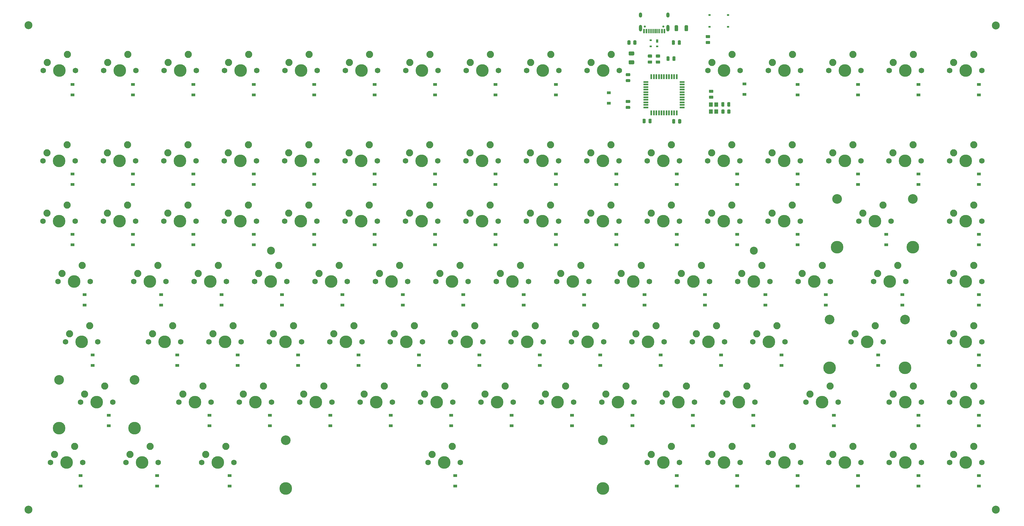
<source format=gbs>
G04 #@! TF.GenerationSoftware,KiCad,Pcbnew,(5.1.9)-1*
G04 #@! TF.CreationDate,2021-04-20T15:34:40+09:00*
G04 #@! TF.ProjectId,JupiterAdvanced,4a757069-7465-4724-9164-76616e636564,1*
G04 #@! TF.SameCoordinates,Original*
G04 #@! TF.FileFunction,Soldermask,Bot*
G04 #@! TF.FilePolarity,Negative*
%FSLAX46Y46*%
G04 Gerber Fmt 4.6, Leading zero omitted, Abs format (unit mm)*
G04 Created by KiCad (PCBNEW (5.1.9)-1) date 2021-04-20 15:34:40*
%MOMM*%
%LPD*%
G01*
G04 APERTURE LIST*
%ADD10R,0.700000X0.600000*%
%ADD11R,1.500000X0.550000*%
%ADD12R,0.550000X1.500000*%
%ADD13C,2.500000*%
%ADD14C,2.250000*%
%ADD15C,3.987800*%
%ADD16C,1.750000*%
%ADD17R,1.200000X1.400000*%
%ADD18R,0.600000X1.450000*%
%ADD19R,0.300000X1.450000*%
%ADD20C,0.650000*%
%ADD21O,1.000000X2.100000*%
%ADD22O,1.000000X1.600000*%
%ADD23R,0.700000X1.000000*%
%ADD24C,3.048000*%
%ADD25R,1.200000X0.900000*%
G04 APERTURE END LIST*
G36*
G01*
X270137500Y-86774999D02*
X270137500Y-88175001D01*
G75*
G02*
X269887501Y-88425000I-249999J0D01*
G01*
X269337499Y-88425000D01*
G75*
G02*
X269087500Y-88175001I0J249999D01*
G01*
X269087500Y-86774999D01*
G75*
G02*
X269337499Y-86525000I249999J0D01*
G01*
X269887501Y-86525000D01*
G75*
G02*
X270137500Y-86774999I0J-249999D01*
G01*
G37*
G36*
G01*
X273287500Y-86774999D02*
X273287500Y-88175001D01*
G75*
G02*
X273037501Y-88425000I-249999J0D01*
G01*
X272487499Y-88425000D01*
G75*
G02*
X272237500Y-88175001I0J249999D01*
G01*
X272237500Y-86774999D01*
G75*
G02*
X272487499Y-86525000I249999J0D01*
G01*
X273037501Y-86525000D01*
G75*
G02*
X273287500Y-86774999I0J-249999D01*
G01*
G37*
D10*
X285901720Y-83323820D03*
X280101720Y-83323820D03*
X285901720Y-87023820D03*
X280101720Y-87023820D03*
D11*
X260025000Y-104475000D03*
X260025000Y-105275000D03*
X260025000Y-106075000D03*
X260025000Y-106875000D03*
X260025000Y-107675000D03*
X260025000Y-108475000D03*
X260025000Y-109275000D03*
X260025000Y-110075000D03*
X260025000Y-110875000D03*
X260025000Y-111675000D03*
X260025000Y-112475000D03*
D12*
X261725000Y-114175000D03*
X262525000Y-114175000D03*
X263325000Y-114175000D03*
X264125000Y-114175000D03*
X264925000Y-114175000D03*
X265725000Y-114175000D03*
X266525000Y-114175000D03*
X267325000Y-114175000D03*
X268125000Y-114175000D03*
X268925000Y-114175000D03*
X269725000Y-114175000D03*
D11*
X271425000Y-112475000D03*
X271425000Y-111675000D03*
X271425000Y-110875000D03*
X271425000Y-110075000D03*
X271425000Y-109275000D03*
X271425000Y-108475000D03*
X271425000Y-107675000D03*
X271425000Y-106875000D03*
X271425000Y-106075000D03*
X271425000Y-105275000D03*
X271425000Y-104475000D03*
D12*
X269725000Y-102775000D03*
X268925000Y-102775000D03*
X268125000Y-102775000D03*
X267325000Y-102775000D03*
X266525000Y-102775000D03*
X265725000Y-102775000D03*
X264925000Y-102775000D03*
X264125000Y-102775000D03*
X263325000Y-102775000D03*
X262525000Y-102775000D03*
X261725000Y-102775000D03*
D13*
X294020000Y-157761000D03*
X141778000Y-157761000D03*
X65325000Y-239475000D03*
X370325000Y-239475000D03*
X370325000Y-86618000D03*
X65325000Y-86518000D03*
G36*
G01*
X261753670Y-98633580D02*
X260841170Y-98633580D01*
G75*
G02*
X260597420Y-98389830I0J243750D01*
G01*
X260597420Y-97902330D01*
G75*
G02*
X260841170Y-97658580I243750J0D01*
G01*
X261753670Y-97658580D01*
G75*
G02*
X261997420Y-97902330I0J-243750D01*
G01*
X261997420Y-98389830D01*
G75*
G02*
X261753670Y-98633580I-243750J0D01*
G01*
G37*
G36*
G01*
X261753670Y-96758580D02*
X260841170Y-96758580D01*
G75*
G02*
X260597420Y-96514830I0J243750D01*
G01*
X260597420Y-96027330D01*
G75*
G02*
X260841170Y-95783580I243750J0D01*
G01*
X261753670Y-95783580D01*
G75*
G02*
X261997420Y-96027330I0J-243750D01*
G01*
X261997420Y-96514830D01*
G75*
G02*
X261753670Y-96758580I-243750J0D01*
G01*
G37*
G36*
G01*
X264273350Y-98633580D02*
X263360850Y-98633580D01*
G75*
G02*
X263117100Y-98389830I0J243750D01*
G01*
X263117100Y-97902330D01*
G75*
G02*
X263360850Y-97658580I243750J0D01*
G01*
X264273350Y-97658580D01*
G75*
G02*
X264517100Y-97902330I0J-243750D01*
G01*
X264517100Y-98389830D01*
G75*
G02*
X264273350Y-98633580I-243750J0D01*
G01*
G37*
G36*
G01*
X264273350Y-96758580D02*
X263360850Y-96758580D01*
G75*
G02*
X263117100Y-96514830I0J243750D01*
G01*
X263117100Y-96027330D01*
G75*
G02*
X263360850Y-95783580I243750J0D01*
G01*
X264273350Y-95783580D01*
G75*
G02*
X264517100Y-96027330I0J-243750D01*
G01*
X264517100Y-96514830D01*
G75*
G02*
X264273350Y-96758580I-243750J0D01*
G01*
G37*
D14*
X339429320Y-162369620D03*
D15*
X336889320Y-167449620D03*
D14*
X333079320Y-164909620D03*
D16*
X331809320Y-167449620D03*
X341969320Y-167449620D03*
D14*
X363356120Y-95718820D03*
D15*
X360816120Y-100798820D03*
D14*
X357006120Y-98258820D03*
D16*
X355736120Y-100798820D03*
X365896120Y-100798820D03*
D17*
X282199100Y-113759520D03*
X282199100Y-111559520D03*
X280499100Y-111559520D03*
X280499100Y-113759520D03*
D18*
X265825240Y-88390980D03*
X259375240Y-88390980D03*
X265050240Y-88390980D03*
X260150240Y-88390980D03*
D19*
X260850240Y-88390980D03*
X264350240Y-88390980D03*
X261350240Y-88390980D03*
X263850240Y-88390980D03*
X261850240Y-88390980D03*
X263350240Y-88390980D03*
X262850240Y-88390980D03*
X262350240Y-88390980D03*
D20*
X265490240Y-86945980D03*
X259710240Y-86945980D03*
D21*
X258280240Y-87475980D03*
X266920240Y-87475980D03*
D22*
X258280240Y-83295980D03*
X266920240Y-83295980D03*
D10*
X261531860Y-93205340D03*
X263531860Y-93205340D03*
X261531860Y-91305340D03*
D23*
X263531860Y-91505340D03*
D14*
X77542620Y-143306920D03*
D15*
X75002620Y-148386920D03*
D14*
X71192620Y-145846920D03*
D16*
X69922620Y-148386920D03*
X80082620Y-148386920D03*
D14*
X82305120Y-162369620D03*
D15*
X79765120Y-167449620D03*
D14*
X75955120Y-164909620D03*
D16*
X74685120Y-167449620D03*
X84845120Y-167449620D03*
D14*
X199005647Y-219529227D03*
D15*
X196465647Y-224609227D03*
D14*
X192655647Y-222069227D03*
D16*
X191385647Y-224609227D03*
X201545647Y-224609227D03*
D24*
X146465747Y-217624227D03*
X246465547Y-217624227D03*
D15*
X146465747Y-232864227D03*
X246465547Y-232864227D03*
D14*
X318106020Y-200469620D03*
D15*
X315566020Y-205549620D03*
D14*
X311756020Y-203009620D03*
D16*
X310486020Y-205549620D03*
X320646020Y-205549620D03*
D14*
X306231520Y-219519620D03*
D15*
X303691520Y-224599620D03*
D14*
X299881520Y-222059620D03*
D16*
X298611520Y-224599620D03*
X308771520Y-224599620D03*
D14*
X315629520Y-162369620D03*
D15*
X313089520Y-167449620D03*
D14*
X309279520Y-164909620D03*
D16*
X308009520Y-167449620D03*
X318169520Y-167449620D03*
D14*
X268060380Y-219519620D03*
D15*
X265520380Y-224599620D03*
D14*
X261710380Y-222059620D03*
D16*
X260440380Y-224599620D03*
X270600380Y-224599620D03*
G36*
G01*
X279103770Y-91493520D02*
X280016270Y-91493520D01*
G75*
G02*
X280260020Y-91737270I0J-243750D01*
G01*
X280260020Y-92224770D01*
G75*
G02*
X280016270Y-92468520I-243750J0D01*
G01*
X279103770Y-92468520D01*
G75*
G02*
X278860020Y-92224770I0J243750D01*
G01*
X278860020Y-91737270D01*
G75*
G02*
X279103770Y-91493520I243750J0D01*
G01*
G37*
G36*
G01*
X279103770Y-89618520D02*
X280016270Y-89618520D01*
G75*
G02*
X280260020Y-89862270I0J-243750D01*
G01*
X280260020Y-90349770D01*
G75*
G02*
X280016270Y-90593520I-243750J0D01*
G01*
X279103770Y-90593520D01*
G75*
G02*
X278860020Y-90349770I0J243750D01*
G01*
X278860020Y-89862270D01*
G75*
G02*
X279103770Y-89618520I243750J0D01*
G01*
G37*
G36*
G01*
X260837500Y-117231250D02*
X260837500Y-116318750D01*
G75*
G02*
X261081250Y-116075000I243750J0D01*
G01*
X261568750Y-116075000D01*
G75*
G02*
X261812500Y-116318750I0J-243750D01*
G01*
X261812500Y-117231250D01*
G75*
G02*
X261568750Y-117475000I-243750J0D01*
G01*
X261081250Y-117475000D01*
G75*
G02*
X260837500Y-117231250I0J243750D01*
G01*
G37*
G36*
G01*
X258962500Y-117231250D02*
X258962500Y-116318750D01*
G75*
G02*
X259206250Y-116075000I243750J0D01*
G01*
X259693750Y-116075000D01*
G75*
G02*
X259937500Y-116318750I0J-243750D01*
G01*
X259937500Y-117231250D01*
G75*
G02*
X259693750Y-117475000I-243750J0D01*
G01*
X259206250Y-117475000D01*
G75*
G02*
X258962500Y-117231250I0J243750D01*
G01*
G37*
G36*
G01*
X255160120Y-91550170D02*
X255160120Y-92462670D01*
G75*
G02*
X254916370Y-92706420I-243750J0D01*
G01*
X254428870Y-92706420D01*
G75*
G02*
X254185120Y-92462670I0J243750D01*
G01*
X254185120Y-91550170D01*
G75*
G02*
X254428870Y-91306420I243750J0D01*
G01*
X254916370Y-91306420D01*
G75*
G02*
X255160120Y-91550170I0J-243750D01*
G01*
G37*
G36*
G01*
X257035120Y-91550170D02*
X257035120Y-92462670D01*
G75*
G02*
X256791370Y-92706420I-243750J0D01*
G01*
X256303870Y-92706420D01*
G75*
G02*
X256060120Y-92462670I0J243750D01*
G01*
X256060120Y-91550170D01*
G75*
G02*
X256303870Y-91306420I243750J0D01*
G01*
X256791370Y-91306420D01*
G75*
G02*
X257035120Y-91550170I0J-243750D01*
G01*
G37*
G36*
G01*
X270063620Y-92462670D02*
X270063620Y-91550170D01*
G75*
G02*
X270307370Y-91306420I243750J0D01*
G01*
X270794870Y-91306420D01*
G75*
G02*
X271038620Y-91550170I0J-243750D01*
G01*
X271038620Y-92462670D01*
G75*
G02*
X270794870Y-92706420I-243750J0D01*
G01*
X270307370Y-92706420D01*
G75*
G02*
X270063620Y-92462670I0J243750D01*
G01*
G37*
G36*
G01*
X268188620Y-92462670D02*
X268188620Y-91550170D01*
G75*
G02*
X268432370Y-91306420I243750J0D01*
G01*
X268919870Y-91306420D01*
G75*
G02*
X269163620Y-91550170I0J-243750D01*
G01*
X269163620Y-92462670D01*
G75*
G02*
X268919870Y-92706420I-243750J0D01*
G01*
X268432370Y-92706420D01*
G75*
G02*
X268188620Y-92462670I0J243750D01*
G01*
G37*
D14*
X301354720Y-181419620D03*
D15*
X298814720Y-186499620D03*
D14*
X295004720Y-183959620D03*
D16*
X293734720Y-186499620D03*
X303894720Y-186499620D03*
D14*
X291880520Y-200469620D03*
D15*
X289340520Y-205549620D03*
D14*
X285530520Y-203009620D03*
D16*
X284260520Y-205549620D03*
X294420520Y-205549620D03*
D14*
X325281520Y-124269620D03*
D15*
X322741520Y-129349620D03*
D14*
X318931520Y-126809620D03*
D16*
X317661520Y-129349620D03*
X327821520Y-129349620D03*
D14*
X306180720Y-143319620D03*
D15*
X303640720Y-148399620D03*
D14*
X299830720Y-145859620D03*
D16*
X298560720Y-148399620D03*
X308720720Y-148399620D03*
D14*
X363381520Y-162369620D03*
D15*
X360841520Y-167449620D03*
D14*
X357031520Y-164909620D03*
D16*
X355761520Y-167449620D03*
X365921520Y-167449620D03*
D14*
X363381520Y-181419620D03*
D15*
X360841520Y-186499620D03*
D14*
X357031520Y-183959620D03*
D16*
X355761520Y-186499620D03*
X365921520Y-186499620D03*
D14*
X344280720Y-124269620D03*
D15*
X341740720Y-129349620D03*
D14*
X337930720Y-126809620D03*
D16*
X336660720Y-129349620D03*
X346820720Y-129349620D03*
D14*
X120430520Y-200469620D03*
D15*
X117890520Y-205549620D03*
D14*
X114080520Y-203009620D03*
D16*
X112810520Y-205549620D03*
X122970520Y-205549620D03*
D14*
X201380320Y-162369620D03*
D15*
X198840320Y-167449620D03*
D14*
X195030320Y-164909620D03*
D16*
X193760320Y-167449620D03*
X203920320Y-167449620D03*
D14*
X139480520Y-200469620D03*
D15*
X136940520Y-205549620D03*
D14*
X133130520Y-203009620D03*
D16*
X131860520Y-205549620D03*
X142020520Y-205549620D03*
D14*
X125180320Y-162369620D03*
D15*
X122640320Y-167449620D03*
D14*
X118830320Y-164909620D03*
D16*
X117560320Y-167449620D03*
X127720320Y-167449620D03*
D14*
X177580520Y-200469620D03*
D15*
X175040520Y-205549620D03*
D14*
X171230520Y-203009620D03*
D16*
X169960520Y-205549620D03*
X180120520Y-205549620D03*
D14*
X220430320Y-162369620D03*
D15*
X217890320Y-167449620D03*
D14*
X214080320Y-164909620D03*
D16*
X212810320Y-167449620D03*
X222970320Y-167449620D03*
D14*
X182330320Y-162369620D03*
D15*
X179790320Y-167449620D03*
D14*
X175980320Y-164909620D03*
D16*
X174710320Y-167449620D03*
X184870320Y-167449620D03*
D14*
X344306120Y-95718820D03*
D15*
X341766120Y-100798820D03*
D14*
X337956120Y-98258820D03*
D16*
X336686120Y-100798820D03*
X346846120Y-100798820D03*
D14*
X325256120Y-95718820D03*
D15*
X322716120Y-100798820D03*
D14*
X318906120Y-98258820D03*
D16*
X317636120Y-100798820D03*
X327796120Y-100798820D03*
D14*
X306206120Y-95718820D03*
D15*
X303666120Y-100798820D03*
D14*
X299856120Y-98258820D03*
D16*
X298586120Y-100798820D03*
X308746120Y-100798820D03*
D14*
X287215320Y-95718820D03*
D15*
X284675320Y-100798820D03*
D14*
X280865320Y-98258820D03*
D16*
X279595320Y-100798820D03*
X289755320Y-100798820D03*
D14*
X249056120Y-95718820D03*
D15*
X246516120Y-100798820D03*
D14*
X242706120Y-98258820D03*
D16*
X241436120Y-100798820D03*
X251596120Y-100798820D03*
D14*
X230006120Y-95718820D03*
D15*
X227466120Y-100798820D03*
D14*
X223656120Y-98258820D03*
D16*
X222386120Y-100798820D03*
X232546120Y-100798820D03*
D14*
X210956120Y-95718820D03*
D15*
X208416120Y-100798820D03*
D14*
X204606120Y-98258820D03*
D16*
X203336120Y-100798820D03*
X213496120Y-100798820D03*
D14*
X191906120Y-95718820D03*
D15*
X189366120Y-100798820D03*
D14*
X185556120Y-98258820D03*
D16*
X184286120Y-100798820D03*
X194446120Y-100798820D03*
D14*
X172856120Y-95718820D03*
D15*
X170316120Y-100798820D03*
D14*
X166506120Y-98258820D03*
D16*
X165236120Y-100798820D03*
X175396120Y-100798820D03*
D14*
X153806120Y-95718820D03*
D15*
X151266120Y-100798820D03*
D14*
X147456120Y-98258820D03*
D16*
X146186120Y-100798820D03*
X156346120Y-100798820D03*
D14*
X134756120Y-95718820D03*
D15*
X132216120Y-100798820D03*
D14*
X128406120Y-98258820D03*
D16*
X127136120Y-100798820D03*
X137296120Y-100798820D03*
D14*
X115706120Y-95718820D03*
D15*
X113166120Y-100798820D03*
D14*
X109356120Y-98258820D03*
D16*
X108086120Y-100798820D03*
X118246120Y-100798820D03*
D14*
X96656120Y-95718820D03*
D15*
X94116120Y-100798820D03*
D14*
X90306120Y-98258820D03*
D16*
X89036120Y-100798820D03*
X99196120Y-100798820D03*
D14*
X77606120Y-95718820D03*
D15*
X75066120Y-100798820D03*
D14*
X71256120Y-98258820D03*
D16*
X69986120Y-100798820D03*
X80146120Y-100798820D03*
D14*
X129853920Y-181419620D03*
D15*
X127313920Y-186499620D03*
D14*
X123503920Y-183959620D03*
D16*
X122233920Y-186499620D03*
X132393920Y-186499620D03*
D14*
X163280320Y-162369620D03*
D15*
X160740320Y-167449620D03*
D14*
X156930320Y-164909620D03*
D16*
X155660320Y-167449620D03*
X165820320Y-167449620D03*
D14*
X106130320Y-162369620D03*
D15*
X103590320Y-167449620D03*
D14*
X99780320Y-164909620D03*
D16*
X98510320Y-167449620D03*
X108670320Y-167449620D03*
D14*
X277529520Y-162369620D03*
D15*
X274989520Y-167449620D03*
D14*
X271179520Y-164909620D03*
D16*
X269909520Y-167449620D03*
X280069520Y-167449620D03*
D14*
X258530320Y-162369620D03*
D15*
X255990320Y-167449620D03*
D14*
X252180320Y-164909620D03*
D16*
X250910320Y-167449620D03*
X261070320Y-167449620D03*
D14*
X215680520Y-200469620D03*
D15*
X213140520Y-205549620D03*
D14*
X209330520Y-203009620D03*
D16*
X208060520Y-205549620D03*
X218220520Y-205549620D03*
D14*
X234730520Y-200469620D03*
D15*
X232190520Y-205549620D03*
D14*
X228380520Y-203009620D03*
D16*
X227110520Y-205549620D03*
X237270520Y-205549620D03*
D14*
X263254720Y-181419620D03*
D15*
X260714720Y-186499620D03*
D14*
X256904720Y-183959620D03*
D16*
X255634720Y-186499620D03*
X265794720Y-186499620D03*
D14*
X244204720Y-181419620D03*
D15*
X241664720Y-186499620D03*
D14*
X237854720Y-183959620D03*
D16*
X236584720Y-186499620D03*
X246744720Y-186499620D03*
D14*
X225154720Y-181419620D03*
D15*
X222614720Y-186499620D03*
D14*
X218804720Y-183959620D03*
D16*
X217534720Y-186499620D03*
X227694720Y-186499620D03*
D14*
X239480320Y-162369620D03*
D15*
X236940320Y-167449620D03*
D14*
X233130320Y-164909620D03*
D16*
X231860320Y-167449620D03*
X242020320Y-167449620D03*
D14*
X206104720Y-181419620D03*
D15*
X203564720Y-186499620D03*
D14*
X199754720Y-183959620D03*
D16*
X198484720Y-186499620D03*
X208644720Y-186499620D03*
D14*
X187054720Y-181419620D03*
D15*
X184514720Y-186499620D03*
D14*
X180704720Y-183959620D03*
D16*
X179434720Y-186499620D03*
X189594720Y-186499620D03*
D14*
X287130720Y-124269620D03*
D15*
X284590720Y-129349620D03*
D14*
X280780720Y-126809620D03*
D16*
X279510720Y-129349620D03*
X289670720Y-129349620D03*
D14*
X168004720Y-181419620D03*
D15*
X165464720Y-186499620D03*
D14*
X161654720Y-183959620D03*
D16*
X160384720Y-186499620D03*
X170544720Y-186499620D03*
D14*
X144230320Y-162369620D03*
D15*
X141690320Y-167449620D03*
D14*
X137880320Y-164909620D03*
D16*
X136610320Y-167449620D03*
X146770320Y-167449620D03*
D14*
X148954720Y-181419620D03*
D15*
X146414720Y-186499620D03*
D14*
X142604720Y-183959620D03*
D16*
X141334720Y-186499620D03*
X151494720Y-186499620D03*
D14*
X158530520Y-200469620D03*
D15*
X155990520Y-205549620D03*
D14*
X152180520Y-203009620D03*
D16*
X150910520Y-205549620D03*
X161070520Y-205549620D03*
D14*
X196630520Y-200469620D03*
D15*
X194090520Y-205549620D03*
D14*
X190280520Y-203009620D03*
D16*
X189010520Y-205549620D03*
X199170520Y-205549620D03*
D14*
X110854720Y-181419620D03*
D15*
X108314720Y-186499620D03*
D14*
X104504720Y-183959620D03*
D16*
X103234720Y-186499620D03*
X113394720Y-186499620D03*
D14*
X249030720Y-143319620D03*
D15*
X246490720Y-148399620D03*
D14*
X242680720Y-145859620D03*
D16*
X241410720Y-148399620D03*
X251570720Y-148399620D03*
D14*
X229980720Y-143319620D03*
D15*
X227440720Y-148399620D03*
D14*
X223630720Y-145859620D03*
D16*
X222360720Y-148399620D03*
X232520720Y-148399620D03*
D14*
X210930720Y-143319620D03*
D15*
X208390720Y-148399620D03*
D14*
X204580720Y-145859620D03*
D16*
X203310720Y-148399620D03*
X213470720Y-148399620D03*
D14*
X191880720Y-143319620D03*
D15*
X189340720Y-148399620D03*
D14*
X185530720Y-145859620D03*
D16*
X184260720Y-148399620D03*
X194420720Y-148399620D03*
D14*
X172830720Y-143319620D03*
D15*
X170290720Y-148399620D03*
D14*
X166480720Y-145859620D03*
D16*
X165210720Y-148399620D03*
X175370720Y-148399620D03*
D14*
X153780720Y-143319620D03*
D15*
X151240720Y-148399620D03*
D14*
X147430720Y-145859620D03*
D16*
X146160720Y-148399620D03*
X156320720Y-148399620D03*
D14*
X134730720Y-143319620D03*
D15*
X132190720Y-148399620D03*
D14*
X128380720Y-145859620D03*
D16*
X127110720Y-148399620D03*
X137270720Y-148399620D03*
D14*
X115680720Y-143319620D03*
D15*
X113140720Y-148399620D03*
D14*
X109330720Y-145859620D03*
D16*
X108060720Y-148399620D03*
X118220720Y-148399620D03*
D14*
X96579920Y-143319620D03*
D15*
X94039920Y-148399620D03*
D14*
X90229920Y-145859620D03*
D16*
X88959920Y-148399620D03*
X99119920Y-148399620D03*
D14*
X268080720Y-143319620D03*
D15*
X265540720Y-148399620D03*
D14*
X261730720Y-145859620D03*
D16*
X260460720Y-148399620D03*
X270620720Y-148399620D03*
D14*
X253780520Y-200469620D03*
D15*
X251240520Y-205549620D03*
D14*
X247430520Y-203009620D03*
D16*
X246160520Y-205549620D03*
X256320520Y-205549620D03*
D14*
X89442520Y-200469620D03*
D15*
X86902520Y-205549620D03*
D14*
X83092520Y-203009620D03*
D16*
X81822520Y-205549620D03*
X91982520Y-205549620D03*
D24*
X74996270Y-198564620D03*
X98808770Y-198564620D03*
D15*
X74996270Y-213804620D03*
X98808770Y-213804620D03*
D14*
X103749524Y-219519620D03*
D15*
X101209524Y-224599620D03*
D14*
X97399524Y-222059620D03*
D16*
X96129524Y-224599620D03*
X106289524Y-224599620D03*
D14*
X79917520Y-219519620D03*
D15*
X77377520Y-224599620D03*
D14*
X73567520Y-222059620D03*
D16*
X72297520Y-224599620D03*
X82457520Y-224599620D03*
D14*
X296579520Y-162369620D03*
D15*
X294039520Y-167449620D03*
D14*
X290229520Y-164909620D03*
D16*
X288959520Y-167449620D03*
X299119520Y-167449620D03*
D14*
X127557128Y-219529227D03*
D15*
X125017128Y-224609227D03*
D14*
X121207128Y-222069227D03*
D16*
X119937128Y-224609227D03*
X130097128Y-224609227D03*
D14*
X287130720Y-143319620D03*
D15*
X284590720Y-148399620D03*
D14*
X280780720Y-145859620D03*
D16*
X279510720Y-148399620D03*
X289670720Y-148399620D03*
D14*
X363381520Y-143319620D03*
D15*
X360841520Y-148399620D03*
D14*
X357031520Y-145859620D03*
D16*
X355761520Y-148399620D03*
X365921520Y-148399620D03*
X275370520Y-205549620D03*
X265210520Y-205549620D03*
D14*
X266480520Y-203009620D03*
D15*
X270290520Y-205549620D03*
D14*
X272830520Y-200469620D03*
X287181520Y-219519620D03*
D15*
X284641520Y-224599620D03*
D14*
X280831520Y-222059620D03*
D16*
X279561520Y-224599620D03*
X289721520Y-224599620D03*
D14*
X306180720Y-124269620D03*
D15*
X303640720Y-129349620D03*
D14*
X299830720Y-126809620D03*
D16*
X298560720Y-129349620D03*
X308720720Y-129349620D03*
G36*
G01*
X256080420Y-96070120D02*
X254830420Y-96070120D01*
G75*
G02*
X254580420Y-95820120I0J250000D01*
G01*
X254580420Y-95070120D01*
G75*
G02*
X254830420Y-94820120I250000J0D01*
G01*
X256080420Y-94820120D01*
G75*
G02*
X256330420Y-95070120I0J-250000D01*
G01*
X256330420Y-95820120D01*
G75*
G02*
X256080420Y-96070120I-250000J0D01*
G01*
G37*
G36*
G01*
X256080420Y-98870120D02*
X254830420Y-98870120D01*
G75*
G02*
X254580420Y-98620120I0J250000D01*
G01*
X254580420Y-97870120D01*
G75*
G02*
X254830420Y-97620120I250000J0D01*
G01*
X256080420Y-97620120D01*
G75*
G02*
X256330420Y-97870120I0J-250000D01*
G01*
X256330420Y-98620120D01*
G75*
G02*
X256080420Y-98870120I-250000J0D01*
G01*
G37*
D14*
X268080720Y-124269620D03*
D15*
X265540720Y-129349620D03*
D14*
X261730720Y-126809620D03*
D16*
X260460720Y-129349620D03*
X270620720Y-129349620D03*
D14*
X249030720Y-124269620D03*
D15*
X246490720Y-129349620D03*
D14*
X242680720Y-126809620D03*
D16*
X241410720Y-129349620D03*
X251570720Y-129349620D03*
D14*
X229980720Y-124269620D03*
D15*
X227440720Y-129349620D03*
D14*
X223630720Y-126809620D03*
D16*
X222360720Y-129349620D03*
X232520720Y-129349620D03*
D14*
X210930720Y-124269620D03*
D15*
X208390720Y-129349620D03*
D14*
X204580720Y-126809620D03*
D16*
X203310720Y-129349620D03*
X213470720Y-129349620D03*
D14*
X191880720Y-124269620D03*
D15*
X189340720Y-129349620D03*
D14*
X185530720Y-126809620D03*
D16*
X184260720Y-129349620D03*
X194420720Y-129349620D03*
D14*
X172830720Y-124269620D03*
D15*
X170290720Y-129349620D03*
D14*
X166480720Y-126809620D03*
D16*
X165210720Y-129349620D03*
X175370720Y-129349620D03*
D14*
X153780720Y-124269620D03*
D15*
X151240720Y-129349620D03*
D14*
X147430720Y-126809620D03*
D16*
X146160720Y-129349620D03*
X156320720Y-129349620D03*
D14*
X134730720Y-124269620D03*
D15*
X132190720Y-129349620D03*
D14*
X128380720Y-126809620D03*
D16*
X127110720Y-129349620D03*
X137270720Y-129349620D03*
D14*
X115629920Y-124269620D03*
D15*
X113089920Y-129349620D03*
D14*
X109279920Y-126809620D03*
D16*
X108009920Y-129349620D03*
X118169920Y-129349620D03*
D14*
X96579920Y-124269620D03*
D15*
X94039920Y-129349620D03*
D14*
X90229920Y-126809620D03*
D16*
X88959920Y-129349620D03*
X99119920Y-129349620D03*
D14*
X77529920Y-124269620D03*
D15*
X74989920Y-129349620D03*
D14*
X71179920Y-126809620D03*
D16*
X69909920Y-129349620D03*
X80069920Y-129349620D03*
D14*
X332342720Y-181419620D03*
D15*
X329802720Y-186499620D03*
D14*
X325992720Y-183959620D03*
D16*
X324722720Y-186499620D03*
X334882720Y-186499620D03*
D24*
X317896470Y-179514620D03*
X341708970Y-179514620D03*
D15*
X317896470Y-194754620D03*
X341708970Y-194754620D03*
D14*
X363381520Y-200469620D03*
D15*
X360841520Y-205549620D03*
D14*
X357031520Y-203009620D03*
D16*
X355761520Y-205549620D03*
X365921520Y-205549620D03*
D14*
X363381520Y-124269620D03*
D15*
X360841520Y-129349620D03*
D14*
X357031520Y-126809620D03*
D16*
X355761520Y-129349620D03*
X365921520Y-129349620D03*
D25*
X365007120Y-228791620D03*
X365007120Y-232091620D03*
X365007120Y-209741620D03*
X365007120Y-213041620D03*
X365007120Y-190691620D03*
X365007120Y-193991620D03*
X365007120Y-171641620D03*
X365007120Y-174941620D03*
X365007120Y-152591620D03*
X365007120Y-155891620D03*
X365007120Y-133541620D03*
X365007120Y-136841620D03*
X365032520Y-105244820D03*
X365032520Y-108544820D03*
X345957120Y-228791620D03*
X345957120Y-232091620D03*
X345957120Y-209741620D03*
X345957120Y-213041620D03*
X340877120Y-171641620D03*
X340877120Y-174941620D03*
X335797120Y-152591620D03*
X335797120Y-155891620D03*
X345957120Y-133541620D03*
X345957120Y-136841620D03*
X345982520Y-105244820D03*
X345982520Y-108544820D03*
X326907120Y-228791620D03*
X326907120Y-232091620D03*
X319287120Y-209741620D03*
X319287120Y-213041620D03*
X333257120Y-190691620D03*
X333257120Y-193991620D03*
X316747120Y-171641620D03*
X316747120Y-174941620D03*
X326907120Y-133541620D03*
X326907120Y-136841620D03*
X326932520Y-105244820D03*
X326932520Y-108544820D03*
X307857120Y-228791620D03*
X307857120Y-232091620D03*
X302777120Y-190691620D03*
X302777120Y-193991620D03*
X297697120Y-171641620D03*
X297697120Y-174941620D03*
X307857120Y-152591620D03*
X307857120Y-155891620D03*
X307857120Y-133541620D03*
X307857120Y-136841620D03*
X307882520Y-105244820D03*
X307882520Y-108544820D03*
X288807120Y-228791620D03*
X288807120Y-232091620D03*
X293887120Y-209741620D03*
X293887120Y-213041620D03*
X283727120Y-190691620D03*
X283727120Y-193991620D03*
X278647120Y-171641620D03*
X278647120Y-174941620D03*
X288807120Y-152591620D03*
X288807120Y-155891620D03*
X288807120Y-133541620D03*
X288807120Y-136841620D03*
X291085020Y-105063020D03*
X291085020Y-108363020D03*
X269757120Y-228791620D03*
X269757120Y-232091620D03*
X274837120Y-209741620D03*
X274837120Y-213041620D03*
X264677120Y-190691620D03*
X264677120Y-193991620D03*
X259597120Y-171641620D03*
X259597120Y-174941620D03*
X269757120Y-152591620D03*
X269757120Y-155891620D03*
X269757120Y-133541620D03*
X269757120Y-136841620D03*
X255787120Y-209741620D03*
X255787120Y-213041620D03*
X245627120Y-190691620D03*
X245627120Y-193991620D03*
X240547120Y-171641620D03*
X240547120Y-174941620D03*
X250707120Y-152591620D03*
X250707120Y-155891620D03*
X250707120Y-133541620D03*
X250707120Y-136841620D03*
X248330720Y-107847860D03*
X248330720Y-111147860D03*
X236737120Y-209741620D03*
X236737120Y-213041620D03*
X226577120Y-190691620D03*
X226577120Y-193991620D03*
X221497120Y-171641620D03*
X221497120Y-174941620D03*
X231657120Y-152591620D03*
X231657120Y-155891620D03*
X231657120Y-133541620D03*
X231657120Y-136841620D03*
X231682520Y-105244820D03*
X231682520Y-108544820D03*
X217687120Y-209741620D03*
X217687120Y-213041620D03*
X207527120Y-190691620D03*
X207527120Y-193991620D03*
X202447120Y-171641620D03*
X202447120Y-174941620D03*
X212607120Y-152591620D03*
X212607120Y-155891620D03*
X212607120Y-133541620D03*
X212607120Y-136841620D03*
X212632520Y-105244820D03*
X212632520Y-108544820D03*
X199907120Y-228791620D03*
X199907120Y-232091620D03*
X198637120Y-209741620D03*
X198637120Y-213041620D03*
X188477120Y-190691620D03*
X188477120Y-193991620D03*
X183397120Y-171641620D03*
X183397120Y-174941620D03*
X193557120Y-152591620D03*
X193557120Y-155891620D03*
X193557120Y-133541620D03*
X193557120Y-136841620D03*
X193582520Y-105244820D03*
X193582520Y-108544820D03*
X179587120Y-209741620D03*
X179587120Y-213041620D03*
X169427120Y-190691620D03*
X169427120Y-193991620D03*
X164347120Y-171641620D03*
X164347120Y-174941620D03*
X174507120Y-152591620D03*
X174507120Y-155891620D03*
X174507120Y-133541620D03*
X174507120Y-136841620D03*
X174532520Y-105244820D03*
X174532520Y-108544820D03*
X160537120Y-209741620D03*
X160537120Y-213041620D03*
X150377120Y-190691620D03*
X150377120Y-193991620D03*
X145297120Y-171641620D03*
X145297120Y-174941620D03*
X155457120Y-152591620D03*
X155457120Y-155891620D03*
X155457120Y-133541620D03*
X155457120Y-136841620D03*
X155482520Y-105244820D03*
X155482520Y-108544820D03*
X128787120Y-228791620D03*
X128787120Y-232091620D03*
X141487120Y-209741620D03*
X141487120Y-213041620D03*
X131327120Y-190691620D03*
X131327120Y-193991620D03*
X126247120Y-171641620D03*
X126247120Y-174941620D03*
X136407120Y-152591620D03*
X136407120Y-155891620D03*
X136407120Y-133541620D03*
X136407120Y-136841620D03*
X136432520Y-105244820D03*
X136432520Y-108544820D03*
X122437120Y-209741620D03*
X122437120Y-213041620D03*
X112277120Y-190691620D03*
X112277120Y-193991620D03*
X107197120Y-171641620D03*
X107197120Y-174941620D03*
X117357120Y-152591620D03*
X117357120Y-155891620D03*
X117357120Y-133541620D03*
X117357120Y-136841620D03*
X117382520Y-105244820D03*
X117382520Y-108544820D03*
X105927120Y-228791620D03*
X105927120Y-232091620D03*
X90687120Y-209741620D03*
X90687120Y-213041620D03*
X98307120Y-152591620D03*
X98307120Y-155891620D03*
X98307120Y-133541620D03*
X98307120Y-136841620D03*
X98281720Y-105270220D03*
X98281720Y-108570220D03*
X81797120Y-228791620D03*
X81797120Y-232091620D03*
X85607120Y-190691620D03*
X85607120Y-193991620D03*
X83067120Y-171641620D03*
X83067120Y-174941620D03*
X79257120Y-152591620D03*
X79257120Y-155891620D03*
X79257120Y-133541620D03*
X79257120Y-136841620D03*
X79282520Y-105244820D03*
X79282520Y-108544820D03*
D14*
X84680020Y-181419620D03*
D15*
X82140020Y-186499620D03*
D14*
X78330020Y-183959620D03*
D16*
X77060020Y-186499620D03*
X87220020Y-186499620D03*
D14*
X282304720Y-181419620D03*
D15*
X279764720Y-186499620D03*
D14*
X275954720Y-183959620D03*
D16*
X274684720Y-186499620D03*
X284844720Y-186499620D03*
G36*
G01*
X267475000Y-96618750D02*
X267475000Y-97531250D01*
G75*
G02*
X267231250Y-97775000I-243750J0D01*
G01*
X266743750Y-97775000D01*
G75*
G02*
X266500000Y-97531250I0J243750D01*
G01*
X266500000Y-96618750D01*
G75*
G02*
X266743750Y-96375000I243750J0D01*
G01*
X267231250Y-96375000D01*
G75*
G02*
X267475000Y-96618750I0J-243750D01*
G01*
G37*
G36*
G01*
X269350000Y-96618750D02*
X269350000Y-97531250D01*
G75*
G02*
X269106250Y-97775000I-243750J0D01*
G01*
X268618750Y-97775000D01*
G75*
G02*
X268375000Y-97531250I0J243750D01*
G01*
X268375000Y-96618750D01*
G75*
G02*
X268618750Y-96375000I243750J0D01*
G01*
X269106250Y-96375000D01*
G75*
G02*
X269350000Y-96618750I0J-243750D01*
G01*
G37*
G36*
G01*
X285661520Y-111982570D02*
X285661520Y-111070070D01*
G75*
G02*
X285905270Y-110826320I243750J0D01*
G01*
X286392770Y-110826320D01*
G75*
G02*
X286636520Y-111070070I0J-243750D01*
G01*
X286636520Y-111982570D01*
G75*
G02*
X286392770Y-112226320I-243750J0D01*
G01*
X285905270Y-112226320D01*
G75*
G02*
X285661520Y-111982570I0J243750D01*
G01*
G37*
G36*
G01*
X283786520Y-111982570D02*
X283786520Y-111070070D01*
G75*
G02*
X284030270Y-110826320I243750J0D01*
G01*
X284517770Y-110826320D01*
G75*
G02*
X284761520Y-111070070I0J-243750D01*
G01*
X284761520Y-111982570D01*
G75*
G02*
X284517770Y-112226320I-243750J0D01*
G01*
X284030270Y-112226320D01*
G75*
G02*
X283786520Y-111982570I0J243750D01*
G01*
G37*
G36*
G01*
X285686920Y-114255870D02*
X285686920Y-113343370D01*
G75*
G02*
X285930670Y-113099620I243750J0D01*
G01*
X286418170Y-113099620D01*
G75*
G02*
X286661920Y-113343370I0J-243750D01*
G01*
X286661920Y-114255870D01*
G75*
G02*
X286418170Y-114499620I-243750J0D01*
G01*
X285930670Y-114499620D01*
G75*
G02*
X285686920Y-114255870I0J243750D01*
G01*
G37*
G36*
G01*
X283811920Y-114255870D02*
X283811920Y-113343370D01*
G75*
G02*
X284055670Y-113099620I243750J0D01*
G01*
X284543170Y-113099620D01*
G75*
G02*
X284786920Y-113343370I0J-243750D01*
G01*
X284786920Y-114255870D01*
G75*
G02*
X284543170Y-114499620I-243750J0D01*
G01*
X284055670Y-114499620D01*
G75*
G02*
X283811920Y-114255870I0J243750D01*
G01*
G37*
G36*
G01*
X253919670Y-103533120D02*
X254832170Y-103533120D01*
G75*
G02*
X255075920Y-103776870I0J-243750D01*
G01*
X255075920Y-104264370D01*
G75*
G02*
X254832170Y-104508120I-243750J0D01*
G01*
X253919670Y-104508120D01*
G75*
G02*
X253675920Y-104264370I0J243750D01*
G01*
X253675920Y-103776870D01*
G75*
G02*
X253919670Y-103533120I243750J0D01*
G01*
G37*
G36*
G01*
X253919670Y-101658120D02*
X254832170Y-101658120D01*
G75*
G02*
X255075920Y-101901870I0J-243750D01*
G01*
X255075920Y-102389370D01*
G75*
G02*
X254832170Y-102633120I-243750J0D01*
G01*
X253919670Y-102633120D01*
G75*
G02*
X253675920Y-102389370I0J243750D01*
G01*
X253675920Y-101901870D01*
G75*
G02*
X253919670Y-101658120I243750J0D01*
G01*
G37*
G36*
G01*
X270175000Y-117331250D02*
X270175000Y-116418750D01*
G75*
G02*
X270418750Y-116175000I243750J0D01*
G01*
X270906250Y-116175000D01*
G75*
G02*
X271150000Y-116418750I0J-243750D01*
G01*
X271150000Y-117331250D01*
G75*
G02*
X270906250Y-117575000I-243750J0D01*
G01*
X270418750Y-117575000D01*
G75*
G02*
X270175000Y-117331250I0J243750D01*
G01*
G37*
G36*
G01*
X268300000Y-117331250D02*
X268300000Y-116418750D01*
G75*
G02*
X268543750Y-116175000I243750J0D01*
G01*
X269031250Y-116175000D01*
G75*
G02*
X269275000Y-116418750I0J-243750D01*
G01*
X269275000Y-117331250D01*
G75*
G02*
X269031250Y-117575000I-243750J0D01*
G01*
X268543750Y-117575000D01*
G75*
G02*
X268300000Y-117331250I0J243750D01*
G01*
G37*
G36*
G01*
X280119770Y-108763220D02*
X281032270Y-108763220D01*
G75*
G02*
X281276020Y-109006970I0J-243750D01*
G01*
X281276020Y-109494470D01*
G75*
G02*
X281032270Y-109738220I-243750J0D01*
G01*
X280119770Y-109738220D01*
G75*
G02*
X279876020Y-109494470I0J243750D01*
G01*
X279876020Y-109006970D01*
G75*
G02*
X280119770Y-108763220I243750J0D01*
G01*
G37*
G36*
G01*
X280119770Y-106888220D02*
X281032270Y-106888220D01*
G75*
G02*
X281276020Y-107131970I0J-243750D01*
G01*
X281276020Y-107619470D01*
G75*
G02*
X281032270Y-107863220I-243750J0D01*
G01*
X280119770Y-107863220D01*
G75*
G02*
X279876020Y-107619470I0J243750D01*
G01*
X279876020Y-107131970D01*
G75*
G02*
X280119770Y-106888220I243750J0D01*
G01*
G37*
G36*
G01*
X254819470Y-111099420D02*
X253906970Y-111099420D01*
G75*
G02*
X253663220Y-110855670I0J243750D01*
G01*
X253663220Y-110368170D01*
G75*
G02*
X253906970Y-110124420I243750J0D01*
G01*
X254819470Y-110124420D01*
G75*
G02*
X255063220Y-110368170I0J-243750D01*
G01*
X255063220Y-110855670D01*
G75*
G02*
X254819470Y-111099420I-243750J0D01*
G01*
G37*
G36*
G01*
X254819470Y-112974420D02*
X253906970Y-112974420D01*
G75*
G02*
X253663220Y-112730670I0J243750D01*
G01*
X253663220Y-112243170D01*
G75*
G02*
X253906970Y-111999420I243750J0D01*
G01*
X254819470Y-111999420D01*
G75*
G02*
X255063220Y-112243170I0J-243750D01*
G01*
X255063220Y-112730670D01*
G75*
G02*
X254819470Y-112974420I-243750J0D01*
G01*
G37*
D14*
X334781120Y-143319620D03*
D15*
X332241120Y-148399620D03*
D14*
X328431120Y-145859620D03*
D16*
X327161120Y-148399620D03*
X337321120Y-148399620D03*
D24*
X320334870Y-141414620D03*
X344147370Y-141414620D03*
D15*
X320334870Y-156654620D03*
X344147370Y-156654620D03*
D14*
X344331520Y-200469620D03*
D15*
X341791520Y-205549620D03*
D14*
X337981520Y-203009620D03*
D16*
X336711520Y-205549620D03*
X346871520Y-205549620D03*
D14*
X363381520Y-219519620D03*
D15*
X360841520Y-224599620D03*
D14*
X357031520Y-222059620D03*
D16*
X355761520Y-224599620D03*
X365921520Y-224599620D03*
D14*
X325281520Y-219519620D03*
D15*
X322741520Y-224599620D03*
D14*
X318931520Y-222059620D03*
D16*
X317661520Y-224599620D03*
X327821520Y-224599620D03*
D14*
X344331520Y-219519620D03*
D15*
X341791520Y-224599620D03*
D14*
X337981520Y-222059620D03*
D16*
X336711520Y-224599620D03*
X346871520Y-224599620D03*
M02*

</source>
